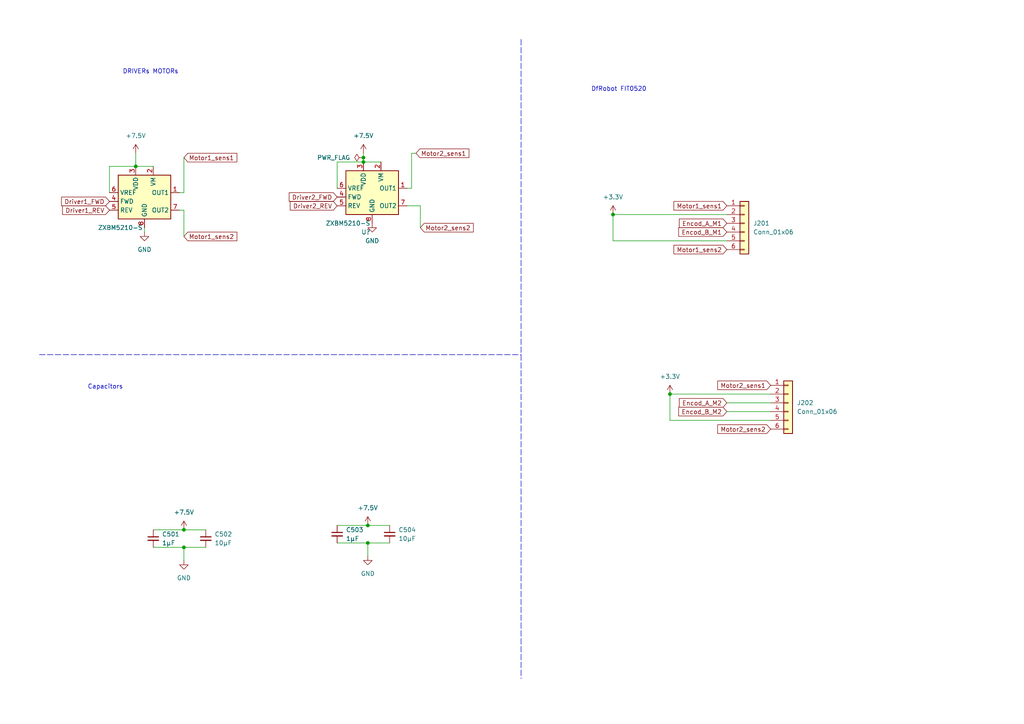
<source format=kicad_sch>
(kicad_sch (version 20230121) (generator eeschema)

  (uuid 6b2a1a3a-90f5-4522-b1c4-a71b790ca85f)

  (paper "A4")

  (lib_symbols
    (symbol "+3.3V_1" (power) (pin_names (offset 0)) (in_bom yes) (on_board yes)
      (property "Reference" "#PWR" (at 0 -3.81 0)
        (effects (font (size 1.27 1.27)) hide)
      )
      (property "Value" "+3.3V_1" (at 0 3.556 0)
        (effects (font (size 1.27 1.27)))
      )
      (property "Footprint" "" (at 0 0 0)
        (effects (font (size 1.27 1.27)) hide)
      )
      (property "Datasheet" "" (at 0 0 0)
        (effects (font (size 1.27 1.27)) hide)
      )
      (property "ki_keywords" "global power" (at 0 0 0)
        (effects (font (size 1.27 1.27)) hide)
      )
      (property "ki_description" "Power symbol creates a global label with name \"+3.3V\"" (at 0 0 0)
        (effects (font (size 1.27 1.27)) hide)
      )
      (symbol "+3.3V_1_0_1"
        (polyline
          (pts
            (xy -0.762 1.27)
            (xy 0 2.54)
          )
          (stroke (width 0) (type default))
          (fill (type none))
        )
        (polyline
          (pts
            (xy 0 0)
            (xy 0 2.54)
          )
          (stroke (width 0) (type default))
          (fill (type none))
        )
        (polyline
          (pts
            (xy 0 2.54)
            (xy 0.762 1.27)
          )
          (stroke (width 0) (type default))
          (fill (type none))
        )
      )
      (symbol "+3.3V_1_1_1"
        (pin power_in line (at 0 0 90) (length 0) hide
          (name "+3.3V" (effects (font (size 1.27 1.27))))
          (number "1" (effects (font (size 1.27 1.27))))
        )
      )
    )
    (symbol "+3.3V_2" (power) (pin_names (offset 0)) (in_bom yes) (on_board yes)
      (property "Reference" "#PWR" (at 0 -3.81 0)
        (effects (font (size 1.27 1.27)) hide)
      )
      (property "Value" "+3.3V_2" (at 0 3.556 0)
        (effects (font (size 1.27 1.27)))
      )
      (property "Footprint" "" (at 0 0 0)
        (effects (font (size 1.27 1.27)) hide)
      )
      (property "Datasheet" "" (at 0 0 0)
        (effects (font (size 1.27 1.27)) hide)
      )
      (property "ki_keywords" "global power" (at 0 0 0)
        (effects (font (size 1.27 1.27)) hide)
      )
      (property "ki_description" "Power symbol creates a global label with name \"+3.3V\"" (at 0 0 0)
        (effects (font (size 1.27 1.27)) hide)
      )
      (symbol "+3.3V_2_0_1"
        (polyline
          (pts
            (xy -0.762 1.27)
            (xy 0 2.54)
          )
          (stroke (width 0) (type default))
          (fill (type none))
        )
        (polyline
          (pts
            (xy 0 0)
            (xy 0 2.54)
          )
          (stroke (width 0) (type default))
          (fill (type none))
        )
        (polyline
          (pts
            (xy 0 2.54)
            (xy 0.762 1.27)
          )
          (stroke (width 0) (type default))
          (fill (type none))
        )
      )
      (symbol "+3.3V_2_1_1"
        (pin power_in line (at 0 0 90) (length 0) hide
          (name "+3.3V" (effects (font (size 1.27 1.27))))
          (number "1" (effects (font (size 1.27 1.27))))
        )
      )
    )
    (symbol "Connector_Generic:Conn_01x06" (pin_names (offset 1.016) hide) (in_bom yes) (on_board yes)
      (property "Reference" "J" (at 0 7.62 0)
        (effects (font (size 1.27 1.27)))
      )
      (property "Value" "Conn_01x06" (at 0 -10.16 0)
        (effects (font (size 1.27 1.27)))
      )
      (property "Footprint" "" (at 0 0 0)
        (effects (font (size 1.27 1.27)) hide)
      )
      (property "Datasheet" "~" (at 0 0 0)
        (effects (font (size 1.27 1.27)) hide)
      )
      (property "ki_keywords" "connector" (at 0 0 0)
        (effects (font (size 1.27 1.27)) hide)
      )
      (property "ki_description" "Generic connector, single row, 01x06, script generated (kicad-library-utils/schlib/autogen/connector/)" (at 0 0 0)
        (effects (font (size 1.27 1.27)) hide)
      )
      (property "ki_fp_filters" "Connector*:*_1x??_*" (at 0 0 0)
        (effects (font (size 1.27 1.27)) hide)
      )
      (symbol "Conn_01x06_1_1"
        (rectangle (start -1.27 -7.493) (end 0 -7.747)
          (stroke (width 0.1524) (type default))
          (fill (type none))
        )
        (rectangle (start -1.27 -4.953) (end 0 -5.207)
          (stroke (width 0.1524) (type default))
          (fill (type none))
        )
        (rectangle (start -1.27 -2.413) (end 0 -2.667)
          (stroke (width 0.1524) (type default))
          (fill (type none))
        )
        (rectangle (start -1.27 0.127) (end 0 -0.127)
          (stroke (width 0.1524) (type default))
          (fill (type none))
        )
        (rectangle (start -1.27 2.667) (end 0 2.413)
          (stroke (width 0.1524) (type default))
          (fill (type none))
        )
        (rectangle (start -1.27 5.207) (end 0 4.953)
          (stroke (width 0.1524) (type default))
          (fill (type none))
        )
        (rectangle (start -1.27 6.35) (end 1.27 -8.89)
          (stroke (width 0.254) (type default))
          (fill (type background))
        )
        (pin passive line (at -5.08 5.08 0) (length 3.81)
          (name "Pin_1" (effects (font (size 1.27 1.27))))
          (number "1" (effects (font (size 1.27 1.27))))
        )
        (pin passive line (at -5.08 2.54 0) (length 3.81)
          (name "Pin_2" (effects (font (size 1.27 1.27))))
          (number "2" (effects (font (size 1.27 1.27))))
        )
        (pin passive line (at -5.08 0 0) (length 3.81)
          (name "Pin_3" (effects (font (size 1.27 1.27))))
          (number "3" (effects (font (size 1.27 1.27))))
        )
        (pin passive line (at -5.08 -2.54 0) (length 3.81)
          (name "Pin_4" (effects (font (size 1.27 1.27))))
          (number "4" (effects (font (size 1.27 1.27))))
        )
        (pin passive line (at -5.08 -5.08 0) (length 3.81)
          (name "Pin_5" (effects (font (size 1.27 1.27))))
          (number "5" (effects (font (size 1.27 1.27))))
        )
        (pin passive line (at -5.08 -7.62 0) (length 3.81)
          (name "Pin_6" (effects (font (size 1.27 1.27))))
          (number "6" (effects (font (size 1.27 1.27))))
        )
      )
    )
    (symbol "Device:C_Small" (pin_numbers hide) (pin_names (offset 0.254) hide) (in_bom yes) (on_board yes)
      (property "Reference" "C" (at 0.254 1.778 0)
        (effects (font (size 1.27 1.27)) (justify left))
      )
      (property "Value" "C_Small" (at 0.254 -2.032 0)
        (effects (font (size 1.27 1.27)) (justify left))
      )
      (property "Footprint" "" (at 0 0 0)
        (effects (font (size 1.27 1.27)) hide)
      )
      (property "Datasheet" "~" (at 0 0 0)
        (effects (font (size 1.27 1.27)) hide)
      )
      (property "ki_keywords" "capacitor cap" (at 0 0 0)
        (effects (font (size 1.27 1.27)) hide)
      )
      (property "ki_description" "Unpolarized capacitor, small symbol" (at 0 0 0)
        (effects (font (size 1.27 1.27)) hide)
      )
      (property "ki_fp_filters" "C_*" (at 0 0 0)
        (effects (font (size 1.27 1.27)) hide)
      )
      (symbol "C_Small_0_1"
        (polyline
          (pts
            (xy -1.524 -0.508)
            (xy 1.524 -0.508)
          )
          (stroke (width 0.3302) (type default))
          (fill (type none))
        )
        (polyline
          (pts
            (xy -1.524 0.508)
            (xy 1.524 0.508)
          )
          (stroke (width 0.3048) (type default))
          (fill (type none))
        )
      )
      (symbol "C_Small_1_1"
        (pin passive line (at 0 2.54 270) (length 2.032)
          (name "~" (effects (font (size 1.27 1.27))))
          (number "1" (effects (font (size 1.27 1.27))))
        )
        (pin passive line (at 0 -2.54 90) (length 2.032)
          (name "~" (effects (font (size 1.27 1.27))))
          (number "2" (effects (font (size 1.27 1.27))))
        )
      )
    )
    (symbol "Driver_Motor:ZXBM5210-S" (in_bom yes) (on_board yes)
      (property "Reference" "U" (at -7.62 8.89 0)
        (effects (font (size 1.27 1.27)))
      )
      (property "Value" "ZXBM5210-S" (at 10.16 8.89 0)
        (effects (font (size 1.27 1.27)))
      )
      (property "Footprint" "Package_SO:SOIC-8_3.9x4.9mm_P1.27mm" (at 1.27 -6.35 0)
        (effects (font (size 1.27 1.27)) hide)
      )
      (property "Datasheet" "https://www.diodes.com/assets/Datasheets/ZXBM5210.pdf" (at 0 0 0)
        (effects (font (size 1.27 1.27)) hide)
      )
      (property "ki_keywords" "H-bridge, motor driver, PWM, single coil" (at 0 0 0)
        (effects (font (size 1.27 1.27)) hide)
      )
      (property "ki_description" "Reversible DC motor drive with speed control, 3-18V, 0.85A, SOIC-8" (at 0 0 0)
        (effects (font (size 1.27 1.27)) hide)
      )
      (property "ki_fp_filters" "SOIC*3.9x4.9mm*P1.27mm*" (at 0 0 0)
        (effects (font (size 1.27 1.27)) hide)
      )
      (symbol "ZXBM5210-S_0_0"
        (pin output line (at 10.16 2.54 180) (length 2.54)
          (name "OUT1" (effects (font (size 1.27 1.27))))
          (number "1" (effects (font (size 1.27 1.27))))
        )
        (pin power_in line (at 2.54 10.16 270) (length 2.54)
          (name "VM" (effects (font (size 1.27 1.27))))
          (number "2" (effects (font (size 1.27 1.27))))
        )
        (pin power_in line (at -2.54 10.16 270) (length 2.54)
          (name "VDD" (effects (font (size 1.27 1.27))))
          (number "3" (effects (font (size 1.27 1.27))))
        )
        (pin input line (at -10.16 0 0) (length 2.54)
          (name "FWD" (effects (font (size 1.27 1.27))))
          (number "4" (effects (font (size 1.27 1.27))))
        )
        (pin input line (at -10.16 -2.54 0) (length 2.54)
          (name "REV" (effects (font (size 1.27 1.27))))
          (number "5" (effects (font (size 1.27 1.27))))
        )
        (pin input line (at -10.16 2.54 0) (length 2.54)
          (name "VREF" (effects (font (size 1.27 1.27))))
          (number "6" (effects (font (size 1.27 1.27))))
        )
        (pin output line (at 10.16 -2.54 180) (length 2.54)
          (name "OUT2" (effects (font (size 1.27 1.27))))
          (number "7" (effects (font (size 1.27 1.27))))
        )
        (pin power_in line (at 0 -7.62 90) (length 2.54)
          (name "GND" (effects (font (size 1.27 1.27))))
          (number "8" (effects (font (size 1.27 1.27))))
        )
      )
      (symbol "ZXBM5210-S_0_1"
        (rectangle (start -7.62 7.62) (end 7.62 -5.08)
          (stroke (width 0.254) (type default))
          (fill (type background))
        )
      )
    )
    (symbol "GND_1" (power) (pin_names (offset 0)) (in_bom yes) (on_board yes)
      (property "Reference" "#PWR" (at 0 -6.35 0)
        (effects (font (size 1.27 1.27)) hide)
      )
      (property "Value" "GND_1" (at 0 -3.81 0)
        (effects (font (size 1.27 1.27)))
      )
      (property "Footprint" "" (at 0 0 0)
        (effects (font (size 1.27 1.27)) hide)
      )
      (property "Datasheet" "" (at 0 0 0)
        (effects (font (size 1.27 1.27)) hide)
      )
      (property "ki_keywords" "global power" (at 0 0 0)
        (effects (font (size 1.27 1.27)) hide)
      )
      (property "ki_description" "Power symbol creates a global label with name \"GND\" , ground" (at 0 0 0)
        (effects (font (size 1.27 1.27)) hide)
      )
      (symbol "GND_1_0_1"
        (polyline
          (pts
            (xy 0 0)
            (xy 0 -1.27)
            (xy 1.27 -1.27)
            (xy 0 -2.54)
            (xy -1.27 -1.27)
            (xy 0 -1.27)
          )
          (stroke (width 0) (type default))
          (fill (type none))
        )
      )
      (symbol "GND_1_1_1"
        (pin power_in line (at 0 0 270) (length 0) hide
          (name "GND" (effects (font (size 1.27 1.27))))
          (number "1" (effects (font (size 1.27 1.27))))
        )
      )
    )
    (symbol "GND_3" (power) (pin_names (offset 0)) (in_bom yes) (on_board yes)
      (property "Reference" "#PWR" (at 0 -6.35 0)
        (effects (font (size 1.27 1.27)) hide)
      )
      (property "Value" "GND_3" (at 0 -3.81 0)
        (effects (font (size 1.27 1.27)))
      )
      (property "Footprint" "" (at 0 0 0)
        (effects (font (size 1.27 1.27)) hide)
      )
      (property "Datasheet" "" (at 0 0 0)
        (effects (font (size 1.27 1.27)) hide)
      )
      (property "ki_keywords" "global power" (at 0 0 0)
        (effects (font (size 1.27 1.27)) hide)
      )
      (property "ki_description" "Power symbol creates a global label with name \"GND\" , ground" (at 0 0 0)
        (effects (font (size 1.27 1.27)) hide)
      )
      (symbol "GND_3_0_1"
        (polyline
          (pts
            (xy 0 0)
            (xy 0 -1.27)
            (xy 1.27 -1.27)
            (xy 0 -2.54)
            (xy -1.27 -1.27)
            (xy 0 -1.27)
          )
          (stroke (width 0) (type default))
          (fill (type none))
        )
      )
      (symbol "GND_3_1_1"
        (pin power_in line (at 0 0 270) (length 0) hide
          (name "GND" (effects (font (size 1.27 1.27))))
          (number "1" (effects (font (size 1.27 1.27))))
        )
      )
    )
    (symbol "power:+7.5V" (power) (pin_names (offset 0)) (in_bom yes) (on_board yes)
      (property "Reference" "#PWR" (at 0 -3.81 0)
        (effects (font (size 1.27 1.27)) hide)
      )
      (property "Value" "+7.5V" (at 0 3.556 0)
        (effects (font (size 1.27 1.27)))
      )
      (property "Footprint" "" (at 0 0 0)
        (effects (font (size 1.27 1.27)) hide)
      )
      (property "Datasheet" "" (at 0 0 0)
        (effects (font (size 1.27 1.27)) hide)
      )
      (property "ki_keywords" "global power" (at 0 0 0)
        (effects (font (size 1.27 1.27)) hide)
      )
      (property "ki_description" "Power symbol creates a global label with name \"+7.5V\"" (at 0 0 0)
        (effects (font (size 1.27 1.27)) hide)
      )
      (symbol "+7.5V_0_1"
        (polyline
          (pts
            (xy -0.762 1.27)
            (xy 0 2.54)
          )
          (stroke (width 0) (type default))
          (fill (type none))
        )
        (polyline
          (pts
            (xy 0 0)
            (xy 0 2.54)
          )
          (stroke (width 0) (type default))
          (fill (type none))
        )
        (polyline
          (pts
            (xy 0 2.54)
            (xy 0.762 1.27)
          )
          (stroke (width 0) (type default))
          (fill (type none))
        )
      )
      (symbol "+7.5V_1_1"
        (pin power_in line (at 0 0 90) (length 0) hide
          (name "+7.5V" (effects (font (size 1.27 1.27))))
          (number "1" (effects (font (size 1.27 1.27))))
        )
      )
    )
    (symbol "power:GND" (power) (pin_names (offset 0)) (in_bom yes) (on_board yes)
      (property "Reference" "#PWR" (at 0 -6.35 0)
        (effects (font (size 1.27 1.27)) hide)
      )
      (property "Value" "GND" (at 0 -3.81 0)
        (effects (font (size 1.27 1.27)))
      )
      (property "Footprint" "" (at 0 0 0)
        (effects (font (size 1.27 1.27)) hide)
      )
      (property "Datasheet" "" (at 0 0 0)
        (effects (font (size 1.27 1.27)) hide)
      )
      (property "ki_keywords" "global power" (at 0 0 0)
        (effects (font (size 1.27 1.27)) hide)
      )
      (property "ki_description" "Power symbol creates a global label with name \"GND\" , ground" (at 0 0 0)
        (effects (font (size 1.27 1.27)) hide)
      )
      (symbol "GND_0_1"
        (polyline
          (pts
            (xy 0 0)
            (xy 0 -1.27)
            (xy 1.27 -1.27)
            (xy 0 -2.54)
            (xy -1.27 -1.27)
            (xy 0 -1.27)
          )
          (stroke (width 0) (type default))
          (fill (type none))
        )
      )
      (symbol "GND_1_1"
        (pin power_in line (at 0 0 270) (length 0) hide
          (name "GND" (effects (font (size 1.27 1.27))))
          (number "1" (effects (font (size 1.27 1.27))))
        )
      )
    )
    (symbol "power:PWR_FLAG" (power) (pin_numbers hide) (pin_names (offset 0) hide) (in_bom yes) (on_board yes)
      (property "Reference" "#FLG" (at 0 1.905 0)
        (effects (font (size 1.27 1.27)) hide)
      )
      (property "Value" "PWR_FLAG" (at 0 3.81 0)
        (effects (font (size 1.27 1.27)))
      )
      (property "Footprint" "" (at 0 0 0)
        (effects (font (size 1.27 1.27)) hide)
      )
      (property "Datasheet" "~" (at 0 0 0)
        (effects (font (size 1.27 1.27)) hide)
      )
      (property "ki_keywords" "flag power" (at 0 0 0)
        (effects (font (size 1.27 1.27)) hide)
      )
      (property "ki_description" "Special symbol for telling ERC where power comes from" (at 0 0 0)
        (effects (font (size 1.27 1.27)) hide)
      )
      (symbol "PWR_FLAG_0_0"
        (pin power_out line (at 0 0 90) (length 0)
          (name "pwr" (effects (font (size 1.27 1.27))))
          (number "1" (effects (font (size 1.27 1.27))))
        )
      )
      (symbol "PWR_FLAG_0_1"
        (polyline
          (pts
            (xy 0 0)
            (xy 0 1.27)
            (xy -1.016 1.905)
            (xy 0 2.54)
            (xy 1.016 1.905)
            (xy 0 1.27)
          )
          (stroke (width 0) (type default))
          (fill (type none))
        )
      )
    )
  )

  (junction (at 177.8 62.23) (diameter 0) (color 0 0 0 0)
    (uuid 4525f121-464d-4c2f-931c-a0c4c770acde)
  )
  (junction (at 106.68 152.4) (diameter 0) (color 0 0 0 0)
    (uuid aa89da57-b2bd-4b79-97ae-338a25569991)
  )
  (junction (at 106.68 157.48) (diameter 0) (color 0 0 0 0)
    (uuid d579913d-8810-4ce6-9eea-3f988e67a34f)
  )
  (junction (at 105.41 46.99) (diameter 0) (color 0 0 0 0)
    (uuid db43a7c8-cccf-438e-b9fe-bdccf94c2cda)
  )
  (junction (at 105.41 45.72) (diameter 0) (color 0 0 0 0)
    (uuid e1c42473-5164-4521-b1b7-8f39fba52c1b)
  )
  (junction (at 53.34 153.67) (diameter 0) (color 0 0 0 0)
    (uuid eafe0490-ce54-47b3-9cae-4dbc398642ff)
  )
  (junction (at 39.37 48.26) (diameter 0) (color 0 0 0 0)
    (uuid ed967fdf-63aa-4eca-8b19-78a9036e4f85)
  )
  (junction (at 53.34 158.75) (diameter 0) (color 0 0 0 0)
    (uuid fef49917-a2d8-45f3-910f-46b0e195e461)
  )
  (junction (at 194.31 114.3) (diameter 0) (color 0 0 0 0)
    (uuid fef9c6f9-49de-4273-93fb-e6aa875b6be7)
  )

  (wire (pts (xy 97.79 157.48) (xy 106.68 157.48))
    (stroke (width 0) (type default))
    (uuid 07f44d5b-e271-4985-afea-d86c837ac0f7)
  )
  (polyline (pts (xy 151.13 11.43) (xy 151.13 196.85))
    (stroke (width 0) (type dash))
    (uuid 0fce6511-2e2a-4066-b3f7-5bc5cf9bc039)
  )

  (wire (pts (xy 53.34 55.88) (xy 52.07 55.88))
    (stroke (width 0) (type default))
    (uuid 20861e83-9f10-4049-b7fd-db16f67f6bb2)
  )
  (wire (pts (xy 53.34 60.96) (xy 53.34 68.58))
    (stroke (width 0) (type default))
    (uuid 23e678c7-9937-46a3-8d7c-215db3c30651)
  )
  (wire (pts (xy 119.38 54.61) (xy 119.38 44.45))
    (stroke (width 0) (type default))
    (uuid 244db710-9c15-4a9e-b2cc-2ed97a77f7da)
  )
  (wire (pts (xy 210.82 119.38) (xy 223.52 119.38))
    (stroke (width 0) (type default))
    (uuid 24da6d08-ae7d-47c0-bcf3-bb308ecd9ea7)
  )
  (wire (pts (xy 105.41 46.99) (xy 97.79 46.99))
    (stroke (width 0) (type default))
    (uuid 391f0617-67ac-4bb5-af6a-f1c88a021a61)
  )
  (polyline (pts (xy 11.43 102.87) (xy 151.13 102.87))
    (stroke (width 0) (type dash))
    (uuid 3e8e46f0-17be-4d40-a7e4-f3e6a2b8e314)
  )

  (wire (pts (xy 194.31 114.3) (xy 223.52 114.3))
    (stroke (width 0) (type default))
    (uuid 40850fe4-028c-47b4-b719-e64487d0b5d6)
  )
  (wire (pts (xy 53.34 158.75) (xy 53.34 162.56))
    (stroke (width 0) (type default))
    (uuid 41c6c55c-1a72-49bd-bbdb-4a4256e160fc)
  )
  (wire (pts (xy 110.49 46.99) (xy 105.41 46.99))
    (stroke (width 0) (type default))
    (uuid 4bd85a92-e033-4bdb-9290-e1f2c0976cd0)
  )
  (wire (pts (xy 97.79 46.99) (xy 97.79 54.61))
    (stroke (width 0) (type default))
    (uuid 576b84f4-d9df-4119-9cd8-13353d5081d0)
  )
  (wire (pts (xy 106.68 157.48) (xy 113.03 157.48))
    (stroke (width 0) (type default))
    (uuid 598a533f-111e-4d06-8f3f-7d89a9adfbb9)
  )
  (wire (pts (xy 31.75 48.26) (xy 39.37 48.26))
    (stroke (width 0) (type default))
    (uuid 6086798c-677d-448d-8a02-3b9cf18d6d8f)
  )
  (wire (pts (xy 41.91 67.31) (xy 41.91 66.04))
    (stroke (width 0) (type default))
    (uuid 71293b9a-203d-4afb-bfed-dbb7b8eb1310)
  )
  (wire (pts (xy 44.45 158.75) (xy 53.34 158.75))
    (stroke (width 0) (type default))
    (uuid 752d6433-7f6d-4e1b-8a1c-37650427a26b)
  )
  (wire (pts (xy 194.31 121.92) (xy 194.31 114.3))
    (stroke (width 0) (type default))
    (uuid 7afd51fa-f88e-42c5-b316-4436f8135ee8)
  )
  (wire (pts (xy 97.79 152.4) (xy 106.68 152.4))
    (stroke (width 0) (type default))
    (uuid 824e66ca-fc64-4ba8-ba5b-ff9d30b20ef8)
  )
  (wire (pts (xy 194.31 121.92) (xy 223.52 121.92))
    (stroke (width 0) (type default))
    (uuid 8286bd63-72d4-457e-b5ef-351b74fcce26)
  )
  (wire (pts (xy 177.8 62.23) (xy 210.82 62.23))
    (stroke (width 0) (type default))
    (uuid 835e64b0-e18b-446b-8c1d-1fb1c4976eb5)
  )
  (wire (pts (xy 44.45 153.67) (xy 53.34 153.67))
    (stroke (width 0) (type default))
    (uuid 8de8f430-4e3f-42fd-b319-889812298abb)
  )
  (wire (pts (xy 106.68 152.4) (xy 113.03 152.4))
    (stroke (width 0) (type default))
    (uuid 9d25b0c8-af51-4f02-8039-70a05d5a89bd)
  )
  (wire (pts (xy 39.37 48.26) (xy 44.45 48.26))
    (stroke (width 0) (type default))
    (uuid 9d961c6d-c6fc-4425-9c8f-445393454a5e)
  )
  (wire (pts (xy 31.75 55.88) (xy 31.75 48.26))
    (stroke (width 0) (type default))
    (uuid aa3b37ca-cd72-4754-96fa-ad7fe4e0ed70)
  )
  (wire (pts (xy 118.11 54.61) (xy 119.38 54.61))
    (stroke (width 0) (type default))
    (uuid ac0c0c82-9c00-4d05-8cd5-7d327ddb7957)
  )
  (wire (pts (xy 210.82 116.84) (xy 223.52 116.84))
    (stroke (width 0) (type default))
    (uuid bd847ab1-1a50-4655-9019-3a0dc4d3a43e)
  )
  (wire (pts (xy 53.34 158.75) (xy 59.69 158.75))
    (stroke (width 0) (type default))
    (uuid c0fcaae5-f1d7-4639-81a7-179bed5399af)
  )
  (wire (pts (xy 53.34 153.67) (xy 59.69 153.67))
    (stroke (width 0) (type default))
    (uuid c3ad0170-4c06-4988-9b35-8ae70080eab3)
  )
  (wire (pts (xy 119.38 44.45) (xy 120.65 44.45))
    (stroke (width 0) (type default))
    (uuid c567c07a-3be6-4d64-986e-87c07b4a8848)
  )
  (wire (pts (xy 105.41 44.45) (xy 105.41 45.72))
    (stroke (width 0) (type default))
    (uuid cd9a410e-e745-46af-b185-5f35975747a6)
  )
  (wire (pts (xy 121.92 59.69) (xy 118.11 59.69))
    (stroke (width 0) (type default))
    (uuid cebd5bd9-821f-414a-a267-1db27b2270ab)
  )
  (wire (pts (xy 53.34 45.72) (xy 53.34 55.88))
    (stroke (width 0) (type default))
    (uuid cfd0faef-ae79-4922-a6ee-be2fd4fc74b0)
  )
  (wire (pts (xy 106.68 157.48) (xy 106.68 161.29))
    (stroke (width 0) (type default))
    (uuid d7cd10af-19dd-4101-b45e-5ae8111ecfa1)
  )
  (wire (pts (xy 105.41 45.72) (xy 105.41 46.99))
    (stroke (width 0) (type default))
    (uuid eaed416d-b8a6-4d47-9d40-83675bd0c52f)
  )
  (wire (pts (xy 121.92 59.69) (xy 121.92 66.04))
    (stroke (width 0) (type default))
    (uuid ed260548-cf97-4e65-9dd3-a7bf29eeb4d7)
  )
  (wire (pts (xy 177.8 69.85) (xy 210.82 69.85))
    (stroke (width 0) (type default))
    (uuid f30d5f79-6196-4fec-b7bd-bee6ae94e1b5)
  )
  (wire (pts (xy 39.37 44.45) (xy 39.37 48.26))
    (stroke (width 0) (type default))
    (uuid f5d1c9b3-0124-4412-b09c-9c66e093ba07)
  )
  (wire (pts (xy 177.8 62.23) (xy 177.8 69.85))
    (stroke (width 0) (type default))
    (uuid f7eb7f87-17c1-4676-a187-f93171f81863)
  )
  (wire (pts (xy 53.34 60.96) (xy 52.07 60.96))
    (stroke (width 0) (type default))
    (uuid fb453bd5-bfae-4cf4-b6f0-87a245fc503b)
  )

  (text "DfRobot FIT0520" (at 171.45 26.67 0)
    (effects (font (size 1.27 1.27)) (justify left bottom))
    (uuid 4d471e90-6587-4552-8dd3-2198535fd127)
  )
  (text "Capacitors" (at 25.4 113.03 0)
    (effects (font (size 1.27 1.27)) (justify left bottom))
    (uuid 7f1bade7-840c-4056-9903-adeba8cdad36)
  )
  (text "DRIVERs MOTORs\n" (at 35.56 21.59 0)
    (effects (font (size 1.27 1.27)) (justify left bottom))
    (uuid a355e058-5bc6-40dc-8cbd-b0a8b2c7df80)
  )

  (global_label "Motor1_sens2" (shape input) (at 210.82 72.39 180) (fields_autoplaced)
    (effects (font (size 1.27 1.27)) (justify right))
    (uuid 3a2ed098-92cf-45a0-b1ed-48a5fbb61bac)
    (property "Intersheetrefs" "${INTERSHEET_REFS}" (at 194.8931 72.39 0)
      (effects (font (size 1.27 1.27)) (justify right) hide)
    )
  )
  (global_label "Motor2_sens1" (shape input) (at 223.52 111.76 180) (fields_autoplaced)
    (effects (font (size 1.27 1.27)) (justify right))
    (uuid 40bdb8a7-448a-41ba-93a3-48d7c94b240c)
    (property "Intersheetrefs" "${INTERSHEET_REFS}" (at 207.5931 111.76 0)
      (effects (font (size 1.27 1.27)) (justify right) hide)
    )
  )
  (global_label "Encod_B_M2" (shape input) (at 210.82 119.38 180) (fields_autoplaced)
    (effects (font (size 1.27 1.27)) (justify right))
    (uuid 56118a0a-98a7-4d80-8967-ec1592747f8d)
    (property "Intersheetrefs" "${INTERSHEET_REFS}" (at 196.2841 119.38 0)
      (effects (font (size 1.27 1.27)) (justify right) hide)
    )
  )
  (global_label "Motor1_sens1" (shape input) (at 53.34 45.72 0) (fields_autoplaced)
    (effects (font (size 1.27 1.27)) (justify left))
    (uuid 5f8a9922-576f-43b7-94a3-27711a7c8f90)
    (property "Intersheetrefs" "${INTERSHEET_REFS}" (at 69.2669 45.72 0)
      (effects (font (size 1.27 1.27)) (justify left) hide)
    )
  )
  (global_label "Motor1_sens1" (shape input) (at 210.82 59.69 180) (fields_autoplaced)
    (effects (font (size 1.27 1.27)) (justify right))
    (uuid 5fc3bcfd-3af8-4167-94e2-20c0af26eb5a)
    (property "Intersheetrefs" "${INTERSHEET_REFS}" (at 194.8931 59.69 0)
      (effects (font (size 1.27 1.27)) (justify right) hide)
    )
  )
  (global_label "Motor1_sens2" (shape input) (at 53.34 68.58 0) (fields_autoplaced)
    (effects (font (size 1.27 1.27)) (justify left))
    (uuid 627b83fb-e394-44ea-b47f-c346715fae16)
    (property "Intersheetrefs" "${INTERSHEET_REFS}" (at 69.2669 68.58 0)
      (effects (font (size 1.27 1.27)) (justify left) hide)
    )
  )
  (global_label "Driver2_REV" (shape input) (at 97.79 59.69 180) (fields_autoplaced)
    (effects (font (size 1.27 1.27)) (justify right))
    (uuid 64efcd39-5091-4b58-a6db-578b447eb46a)
    (property "Intersheetrefs" "${INTERSHEET_REFS}" (at 83.6167 59.69 0)
      (effects (font (size 1.27 1.27)) (justify right) hide)
    )
  )
  (global_label "Encod_A_M2" (shape input) (at 210.82 116.84 180) (fields_autoplaced)
    (effects (font (size 1.27 1.27)) (justify right))
    (uuid 6bc49ee1-ff90-4977-ae2a-fa91ba152003)
    (property "Intersheetrefs" "${INTERSHEET_REFS}" (at 196.4655 116.84 0)
      (effects (font (size 1.27 1.27)) (justify right) hide)
    )
  )
  (global_label "Encod_B_M1" (shape input) (at 210.82 67.31 180) (fields_autoplaced)
    (effects (font (size 1.27 1.27)) (justify right))
    (uuid 7e260930-33b2-40a2-9861-a90c4f2582cf)
    (property "Intersheetrefs" "${INTERSHEET_REFS}" (at 196.2841 67.31 0)
      (effects (font (size 1.27 1.27)) (justify right) hide)
    )
  )
  (global_label "Driver1_REV" (shape input) (at 31.75 60.96 180) (fields_autoplaced)
    (effects (font (size 1.27 1.27)) (justify right))
    (uuid 7f380af3-98c4-438b-854e-09c54c6d11c5)
    (property "Intersheetrefs" "${INTERSHEET_REFS}" (at 17.5767 60.96 0)
      (effects (font (size 1.27 1.27)) (justify right) hide)
    )
  )
  (global_label "Motor2_sens2" (shape input) (at 223.52 124.46 180) (fields_autoplaced)
    (effects (font (size 1.27 1.27)) (justify right))
    (uuid 9c9f674e-b808-447b-b7dd-a9d6e3c87d49)
    (property "Intersheetrefs" "${INTERSHEET_REFS}" (at 207.5931 124.46 0)
      (effects (font (size 1.27 1.27)) (justify right) hide)
    )
  )
  (global_label "Motor2_sens1" (shape input) (at 120.65 44.45 0) (fields_autoplaced)
    (effects (font (size 1.27 1.27)) (justify left))
    (uuid c99da150-31e1-4f13-9e93-4acabd1ed85f)
    (property "Intersheetrefs" "${INTERSHEET_REFS}" (at 136.5769 44.45 0)
      (effects (font (size 1.27 1.27)) (justify left) hide)
    )
  )
  (global_label "Driver1_FWD" (shape input) (at 31.75 58.42 180) (fields_autoplaced)
    (effects (font (size 1.27 1.27)) (justify right))
    (uuid d26c7c2a-51f9-4ecf-871d-bfebba88e094)
    (property "Intersheetrefs" "${INTERSHEET_REFS}" (at 17.2743 58.42 0)
      (effects (font (size 1.27 1.27)) (justify right) hide)
    )
  )
  (global_label "Motor2_sens2" (shape input) (at 121.92 66.04 0) (fields_autoplaced)
    (effects (font (size 1.27 1.27)) (justify left))
    (uuid e88ae9e0-0047-44f2-94c0-95ca93877761)
    (property "Intersheetrefs" "${INTERSHEET_REFS}" (at 137.8469 66.04 0)
      (effects (font (size 1.27 1.27)) (justify left) hide)
    )
  )
  (global_label "Encod_A_M1" (shape input) (at 210.82 64.77 180) (fields_autoplaced)
    (effects (font (size 1.27 1.27)) (justify right))
    (uuid f0e8cd3f-b022-46ef-9925-6b849b1c18bd)
    (property "Intersheetrefs" "${INTERSHEET_REFS}" (at 196.4655 64.77 0)
      (effects (font (size 1.27 1.27)) (justify right) hide)
    )
  )
  (global_label "Driver2_FWD" (shape input) (at 97.79 57.15 180) (fields_autoplaced)
    (effects (font (size 1.27 1.27)) (justify right))
    (uuid f5d2c095-28ed-49b8-ae31-4d5d35e1768f)
    (property "Intersheetrefs" "${INTERSHEET_REFS}" (at 83.3143 57.15 0)
      (effects (font (size 1.27 1.27)) (justify right) hide)
    )
  )

  (symbol (lib_id "Device:C_Small") (at 59.69 156.21 0) (unit 1)
    (in_bom yes) (on_board yes) (dnp no) (fields_autoplaced)
    (uuid 1049a845-c8e3-4bc7-8dfe-0aff48d3adbe)
    (property "Reference" "C502" (at 62.23 154.9463 0)
      (effects (font (size 1.27 1.27)) (justify left))
    )
    (property "Value" "10µF" (at 62.23 157.4863 0)
      (effects (font (size 1.27 1.27)) (justify left))
    )
    (property "Footprint" "Capacitor_SMD:C_0603_1608Metric_Pad1.08x0.95mm_HandSolder" (at 59.69 156.21 0)
      (effects (font (size 1.27 1.27)) hide)
    )
    (property "Datasheet" "~" (at 59.69 156.21 0)
      (effects (font (size 1.27 1.27)) hide)
    )
    (pin "1" (uuid e7be38fa-373d-4254-9b49-39015ebc5710))
    (pin "2" (uuid 2e7013cc-965b-4738-9799-74296ec00600))
    (instances
      (project "chat project"
        (path "/61d1f221-f082-4bfc-b26f-eb44521645ca/7d73ae0a-ce5e-45dc-8b10-f1322b42f1c6"
          (reference "C502") (unit 1)
        )
      )
    )
  )

  (symbol (lib_name "+3.3V_2") (lib_id "power:+3.3V") (at 194.31 114.3 0) (unit 1)
    (in_bom yes) (on_board yes) (dnp no) (fields_autoplaced)
    (uuid 42f53397-1d30-46d4-9777-9ef1b928daa7)
    (property "Reference" "#PWR0207" (at 194.31 118.11 0)
      (effects (font (size 1.27 1.27)) hide)
    )
    (property "Value" "+3.3V" (at 194.31 109.22 0)
      (effects (font (size 1.27 1.27)))
    )
    (property "Footprint" "" (at 194.31 114.3 0)
      (effects (font (size 1.27 1.27)) hide)
    )
    (property "Datasheet" "" (at 194.31 114.3 0)
      (effects (font (size 1.27 1.27)) hide)
    )
    (pin "1" (uuid 76090747-8913-4ca7-aa4d-63c884db5f50))
    (instances
      (project "chat project"
        (path "/61d1f221-f082-4bfc-b26f-eb44521645ca/a49840b7-fc37-456b-bdfa-3e3ca28e31ac"
          (reference "#PWR0207") (unit 1)
        )
        (path "/61d1f221-f082-4bfc-b26f-eb44521645ca/7d73ae0a-ce5e-45dc-8b10-f1322b42f1c6"
          (reference "#PWR0506") (unit 1)
        )
      )
    )
  )

  (symbol (lib_name "+3.3V_1") (lib_id "power:+3.3V") (at 177.8 62.23 0) (unit 1)
    (in_bom yes) (on_board yes) (dnp no) (fields_autoplaced)
    (uuid 4e991efa-00b1-4db0-a685-85a582f1e05b)
    (property "Reference" "#PWR0206" (at 177.8 66.04 0)
      (effects (font (size 1.27 1.27)) hide)
    )
    (property "Value" "+3.3V" (at 177.8 57.15 0)
      (effects (font (size 1.27 1.27)))
    )
    (property "Footprint" "" (at 177.8 62.23 0)
      (effects (font (size 1.27 1.27)) hide)
    )
    (property "Datasheet" "" (at 177.8 62.23 0)
      (effects (font (size 1.27 1.27)) hide)
    )
    (pin "1" (uuid f3d256cb-e4d7-4aa3-b06d-0a437957e403))
    (instances
      (project "chat project"
        (path "/61d1f221-f082-4bfc-b26f-eb44521645ca/a49840b7-fc37-456b-bdfa-3e3ca28e31ac"
          (reference "#PWR0206") (unit 1)
        )
        (path "/61d1f221-f082-4bfc-b26f-eb44521645ca/7d73ae0a-ce5e-45dc-8b10-f1322b42f1c6"
          (reference "#PWR0505") (unit 1)
        )
      )
    )
  )

  (symbol (lib_id "power:GND") (at 107.95 64.77 0) (unit 1)
    (in_bom yes) (on_board yes) (dnp no) (fields_autoplaced)
    (uuid 596fbce2-d85d-4ad2-8678-4955178147e9)
    (property "Reference" "#PWR0504" (at 107.95 71.12 0)
      (effects (font (size 1.27 1.27)) hide)
    )
    (property "Value" "GND" (at 107.95 69.85 0)
      (effects (font (size 1.27 1.27)))
    )
    (property "Footprint" "" (at 107.95 64.77 0)
      (effects (font (size 1.27 1.27)) hide)
    )
    (property "Datasheet" "" (at 107.95 64.77 0)
      (effects (font (size 1.27 1.27)) hide)
    )
    (pin "1" (uuid bea8b7af-98f2-4daf-a8ca-405701561fbc))
    (instances
      (project "chat project"
        (path "/61d1f221-f082-4bfc-b26f-eb44521645ca/7d73ae0a-ce5e-45dc-8b10-f1322b42f1c6"
          (reference "#PWR0504") (unit 1)
        )
      )
    )
  )

  (symbol (lib_name "GND_3") (lib_id "power:GND") (at 106.68 161.29 0) (unit 1)
    (in_bom yes) (on_board yes) (dnp no) (fields_autoplaced)
    (uuid 598f18c8-793b-4395-8ab3-80469435d659)
    (property "Reference" "#PWR0512" (at 106.68 167.64 0)
      (effects (font (size 1.27 1.27)) hide)
    )
    (property "Value" "GND" (at 106.68 166.37 0)
      (effects (font (size 1.27 1.27)))
    )
    (property "Footprint" "" (at 106.68 161.29 0)
      (effects (font (size 1.27 1.27)) hide)
    )
    (property "Datasheet" "" (at 106.68 161.29 0)
      (effects (font (size 1.27 1.27)) hide)
    )
    (pin "1" (uuid f7ac20d0-5b14-4e0a-975d-183feb99ae76))
    (instances
      (project "chat project"
        (path "/61d1f221-f082-4bfc-b26f-eb44521645ca/7d73ae0a-ce5e-45dc-8b10-f1322b42f1c6"
          (reference "#PWR0512") (unit 1)
        )
      )
    )
  )

  (symbol (lib_id "power:+7.5V") (at 106.68 152.4 0) (unit 1)
    (in_bom yes) (on_board yes) (dnp no) (fields_autoplaced)
    (uuid 6b8c1c0d-d70d-4d5a-ae5f-e05761f52982)
    (property "Reference" "#PWR0511" (at 106.68 156.21 0)
      (effects (font (size 1.27 1.27)) hide)
    )
    (property "Value" "+7.5V" (at 106.68 147.32 0)
      (effects (font (size 1.27 1.27)))
    )
    (property "Footprint" "" (at 106.68 152.4 0)
      (effects (font (size 1.27 1.27)) hide)
    )
    (property "Datasheet" "" (at 106.68 152.4 0)
      (effects (font (size 1.27 1.27)) hide)
    )
    (pin "1" (uuid 144d9a17-c5ec-4828-9a0f-d3c4592346de))
    (instances
      (project "chat project"
        (path "/61d1f221-f082-4bfc-b26f-eb44521645ca/7d73ae0a-ce5e-45dc-8b10-f1322b42f1c6"
          (reference "#PWR0511") (unit 1)
        )
      )
    )
  )

  (symbol (lib_id "power:+7.5V") (at 53.34 153.67 0) (unit 1)
    (in_bom yes) (on_board yes) (dnp no) (fields_autoplaced)
    (uuid 6f842111-38f5-4579-b536-12ac9be6672b)
    (property "Reference" "#PWR0510" (at 53.34 157.48 0)
      (effects (font (size 1.27 1.27)) hide)
    )
    (property "Value" "+7.5V" (at 53.34 148.59 0)
      (effects (font (size 1.27 1.27)))
    )
    (property "Footprint" "" (at 53.34 153.67 0)
      (effects (font (size 1.27 1.27)) hide)
    )
    (property "Datasheet" "" (at 53.34 153.67 0)
      (effects (font (size 1.27 1.27)) hide)
    )
    (pin "1" (uuid a8f53643-54ca-4292-b776-8fcbe2897af5))
    (instances
      (project "chat project"
        (path "/61d1f221-f082-4bfc-b26f-eb44521645ca/7d73ae0a-ce5e-45dc-8b10-f1322b42f1c6"
          (reference "#PWR0510") (unit 1)
        )
      )
    )
  )

  (symbol (lib_id "Driver_Motor:ZXBM5210-S") (at 107.95 57.15 0) (unit 1)
    (in_bom yes) (on_board yes) (dnp no) (fields_autoplaced)
    (uuid 85e53a18-2e9e-4b6b-aca3-dc69a73fb0f7)
    (property "Reference" "U?" (at 107.4294 67.31 0)
      (effects (font (size 1.27 1.27)) (justify right))
    )
    (property "Value" "ZXBM5210-S" (at 107.4294 64.77 0)
      (effects (font (size 1.27 1.27)) (justify right))
    )
    (property "Footprint" "Package_SO:SOIC-8_3.9x4.9mm_P1.27mm" (at 109.22 63.5 0)
      (effects (font (size 1.27 1.27)) hide)
    )
    (property "Datasheet" "https://www.diodes.com/assets/Datasheets/ZXBM5210.pdf" (at 107.95 57.15 0)
      (effects (font (size 1.27 1.27)) hide)
    )
    (pin "1" (uuid 1831fac3-baac-4f15-a303-a5578cf6bdb5))
    (pin "2" (uuid 95dec824-531a-4a28-a0de-af86420ac6fa))
    (pin "3" (uuid 9283d72c-0302-46f6-93ff-a26cab8bfb63))
    (pin "4" (uuid dc6ca77a-70c2-4c17-8df1-97fb55733e43))
    (pin "5" (uuid 3da3c82a-a4ed-4bbf-896f-1c3028c7a455))
    (pin "6" (uuid 28c8f95d-da7e-4c97-8f2d-307473de88d3))
    (pin "7" (uuid 97187d80-1a14-45b8-a85d-2ba939850d57))
    (pin "8" (uuid a27372f7-f6d8-4733-9186-79928b57332d))
    (instances
      (project "chat project"
        (path "/61d1f221-f082-4bfc-b26f-eb44521645ca/a49840b7-fc37-456b-bdfa-3e3ca28e31ac"
          (reference "U?") (unit 1)
        )
        (path "/61d1f221-f082-4bfc-b26f-eb44521645ca/7d73ae0a-ce5e-45dc-8b10-f1322b42f1c6"
          (reference "U502") (unit 1)
        )
      )
    )
  )

  (symbol (lib_id "power:PWR_FLAG") (at 105.41 45.72 90) (unit 1)
    (in_bom yes) (on_board yes) (dnp no) (fields_autoplaced)
    (uuid 96a8a494-5580-43ab-95e8-c2bdb4019969)
    (property "Reference" "#FLG0501" (at 103.505 45.72 0)
      (effects (font (size 1.27 1.27)) hide)
    )
    (property "Value" "PWR_FLAG" (at 101.6 45.72 90)
      (effects (font (size 1.27 1.27)) (justify left))
    )
    (property "Footprint" "" (at 105.41 45.72 0)
      (effects (font (size 1.27 1.27)) hide)
    )
    (property "Datasheet" "~" (at 105.41 45.72 0)
      (effects (font (size 1.27 1.27)) hide)
    )
    (pin "1" (uuid c1e47ae5-5bce-4cc7-9c16-500a657df06c))
    (instances
      (project "chat project"
        (path "/61d1f221-f082-4bfc-b26f-eb44521645ca/7d73ae0a-ce5e-45dc-8b10-f1322b42f1c6"
          (reference "#FLG0501") (unit 1)
        )
      )
    )
  )

  (symbol (lib_name "GND_3") (lib_id "power:GND") (at 53.34 162.56 0) (unit 1)
    (in_bom yes) (on_board yes) (dnp no) (fields_autoplaced)
    (uuid 9c99f0b9-2c3e-4991-8d81-2bf41b77d001)
    (property "Reference" "#PWR0509" (at 53.34 168.91 0)
      (effects (font (size 1.27 1.27)) hide)
    )
    (property "Value" "GND" (at 53.34 167.64 0)
      (effects (font (size 1.27 1.27)))
    )
    (property "Footprint" "" (at 53.34 162.56 0)
      (effects (font (size 1.27 1.27)) hide)
    )
    (property "Datasheet" "" (at 53.34 162.56 0)
      (effects (font (size 1.27 1.27)) hide)
    )
    (pin "1" (uuid 1dbc0aab-3509-4b1c-9f25-bc90933464a1))
    (instances
      (project "chat project"
        (path "/61d1f221-f082-4bfc-b26f-eb44521645ca/7d73ae0a-ce5e-45dc-8b10-f1322b42f1c6"
          (reference "#PWR0509") (unit 1)
        )
      )
    )
  )

  (symbol (lib_id "Device:C_Small") (at 44.45 156.21 0) (unit 1)
    (in_bom yes) (on_board yes) (dnp no) (fields_autoplaced)
    (uuid 9ead9ebe-03a2-4302-8782-2fb4e53538b2)
    (property "Reference" "C501" (at 46.99 154.9463 0)
      (effects (font (size 1.27 1.27)) (justify left))
    )
    (property "Value" "1µF" (at 46.99 157.4863 0)
      (effects (font (size 1.27 1.27)) (justify left))
    )
    (property "Footprint" "Capacitor_SMD:C_0603_1608Metric_Pad1.08x0.95mm_HandSolder" (at 44.45 156.21 0)
      (effects (font (size 1.27 1.27)) hide)
    )
    (property "Datasheet" "~" (at 44.45 156.21 0)
      (effects (font (size 1.27 1.27)) hide)
    )
    (pin "1" (uuid 3aa10c56-6011-4aa7-8881-3e6b4c2421b4))
    (pin "2" (uuid 03902f56-198b-4b5f-af4f-e7c886c0bf5d))
    (instances
      (project "chat project"
        (path "/61d1f221-f082-4bfc-b26f-eb44521645ca/7d73ae0a-ce5e-45dc-8b10-f1322b42f1c6"
          (reference "C501") (unit 1)
        )
      )
    )
  )

  (symbol (lib_id "Driver_Motor:ZXBM5210-S") (at 41.91 58.42 0) (unit 1)
    (in_bom yes) (on_board yes) (dnp no) (fields_autoplaced)
    (uuid a59525cb-88d0-4700-a7ee-566e32f63071)
    (property "Reference" "U?" (at 41.3894 68.58 0)
      (effects (font (size 1.27 1.27)) (justify right) hide)
    )
    (property "Value" "ZXBM5210-S" (at 41.3894 66.04 0)
      (effects (font (size 1.27 1.27)) (justify right))
    )
    (property "Footprint" "Package_SO:SOIC-8_3.9x4.9mm_P1.27mm" (at 43.18 64.77 0)
      (effects (font (size 1.27 1.27)) hide)
    )
    (property "Datasheet" "https://www.diodes.com/assets/Datasheets/ZXBM5210.pdf" (at 41.91 58.42 0)
      (effects (font (size 1.27 1.27)) hide)
    )
    (pin "1" (uuid 753f91a4-d0a6-4e49-aa03-8868de12494e))
    (pin "2" (uuid 5012fd11-7b41-414e-8507-f6783e502e10))
    (pin "3" (uuid f7c57cb7-21a5-48e5-97f7-3987f1df60ad))
    (pin "4" (uuid cff9e63e-078e-4fd9-b754-53c49c9f68b7))
    (pin "5" (uuid 3ab0e150-9d28-4899-b969-e2fbd2853b12))
    (pin "6" (uuid 38295066-c7a0-4b66-b9d2-269f89988f2f))
    (pin "7" (uuid 40a67204-dc33-4c1d-9f99-54dd7ea89645))
    (pin "8" (uuid 584fab99-86d6-44ac-9202-cb157d097b74))
    (instances
      (project "chat project"
        (path "/61d1f221-f082-4bfc-b26f-eb44521645ca/a49840b7-fc37-456b-bdfa-3e3ca28e31ac"
          (reference "U?") (unit 1)
        )
        (path "/61d1f221-f082-4bfc-b26f-eb44521645ca/7d73ae0a-ce5e-45dc-8b10-f1322b42f1c6"
          (reference "U501") (unit 1)
        )
      )
    )
  )

  (symbol (lib_name "GND_1") (lib_id "power:GND") (at 41.91 67.31 0) (unit 1)
    (in_bom yes) (on_board yes) (dnp no) (fields_autoplaced)
    (uuid ac9a3690-27bc-4b3b-99e0-9498ae309b79)
    (property "Reference" "#PWR0502" (at 41.91 73.66 0)
      (effects (font (size 1.27 1.27)) hide)
    )
    (property "Value" "GND" (at 41.91 72.39 0)
      (effects (font (size 1.27 1.27)))
    )
    (property "Footprint" "" (at 41.91 67.31 0)
      (effects (font (size 1.27 1.27)) hide)
    )
    (property "Datasheet" "" (at 41.91 67.31 0)
      (effects (font (size 1.27 1.27)) hide)
    )
    (pin "1" (uuid 466ec5bc-ac8b-49e8-a5cf-81c5ed041790))
    (instances
      (project "chat project"
        (path "/61d1f221-f082-4bfc-b26f-eb44521645ca/7d73ae0a-ce5e-45dc-8b10-f1322b42f1c6"
          (reference "#PWR0502") (unit 1)
        )
      )
    )
  )

  (symbol (lib_id "Device:C_Small") (at 113.03 154.94 0) (unit 1)
    (in_bom yes) (on_board yes) (dnp no) (fields_autoplaced)
    (uuid aef78700-57fa-42ca-8e68-e5549c24824a)
    (property "Reference" "C504" (at 115.57 153.6763 0)
      (effects (font (size 1.27 1.27)) (justify left))
    )
    (property "Value" "10µF" (at 115.57 156.2163 0)
      (effects (font (size 1.27 1.27)) (justify left))
    )
    (property "Footprint" "Capacitor_SMD:C_0603_1608Metric_Pad1.08x0.95mm_HandSolder" (at 113.03 154.94 0)
      (effects (font (size 1.27 1.27)) hide)
    )
    (property "Datasheet" "~" (at 113.03 154.94 0)
      (effects (font (size 1.27 1.27)) hide)
    )
    (pin "1" (uuid 2ffa55b3-11b5-4d4b-935e-a2840b94edf9))
    (pin "2" (uuid 2fe03a12-9981-466e-a60d-f2e871a0523b))
    (instances
      (project "chat project"
        (path "/61d1f221-f082-4bfc-b26f-eb44521645ca/7d73ae0a-ce5e-45dc-8b10-f1322b42f1c6"
          (reference "C504") (unit 1)
        )
      )
    )
  )

  (symbol (lib_id "power:+7.5V") (at 105.41 44.45 0) (unit 1)
    (in_bom yes) (on_board yes) (dnp no) (fields_autoplaced)
    (uuid c509bee6-96b3-4072-a23f-c00d328a5d63)
    (property "Reference" "#PWR0204" (at 105.41 48.26 0)
      (effects (font (size 1.27 1.27)) hide)
    )
    (property "Value" "+7.5V" (at 105.41 39.37 0)
      (effects (font (size 1.27 1.27)))
    )
    (property "Footprint" "" (at 105.41 44.45 0)
      (effects (font (size 1.27 1.27)) hide)
    )
    (property "Datasheet" "" (at 105.41 44.45 0)
      (effects (font (size 1.27 1.27)) hide)
    )
    (pin "1" (uuid b92e6a7f-ef95-4aa4-8eee-fa336272685e))
    (instances
      (project "chat project"
        (path "/61d1f221-f082-4bfc-b26f-eb44521645ca/a49840b7-fc37-456b-bdfa-3e3ca28e31ac"
          (reference "#PWR0204") (unit 1)
        )
        (path "/61d1f221-f082-4bfc-b26f-eb44521645ca/7d73ae0a-ce5e-45dc-8b10-f1322b42f1c6"
          (reference "#PWR0503") (unit 1)
        )
      )
    )
  )

  (symbol (lib_id "Device:C_Small") (at 97.79 154.94 0) (unit 1)
    (in_bom yes) (on_board yes) (dnp no) (fields_autoplaced)
    (uuid c9083bdb-8e79-49f7-a611-13ec46b4b29b)
    (property "Reference" "C503" (at 100.33 153.6763 0)
      (effects (font (size 1.27 1.27)) (justify left))
    )
    (property "Value" "1µF" (at 100.33 156.2163 0)
      (effects (font (size 1.27 1.27)) (justify left))
    )
    (property "Footprint" "Capacitor_SMD:C_0603_1608Metric_Pad1.08x0.95mm_HandSolder" (at 97.79 154.94 0)
      (effects (font (size 1.27 1.27)) hide)
    )
    (property "Datasheet" "~" (at 97.79 154.94 0)
      (effects (font (size 1.27 1.27)) hide)
    )
    (pin "1" (uuid 8cf58e3f-56a6-4ab3-abcb-b52d167cac6e))
    (pin "2" (uuid 2f82b26a-a342-4b1b-884f-f6c093805a73))
    (instances
      (project "chat project"
        (path "/61d1f221-f082-4bfc-b26f-eb44521645ca/7d73ae0a-ce5e-45dc-8b10-f1322b42f1c6"
          (reference "C503") (unit 1)
        )
      )
    )
  )

  (symbol (lib_id "Connector_Generic:Conn_01x06") (at 228.6 116.84 0) (unit 1)
    (in_bom yes) (on_board yes) (dnp no) (fields_autoplaced)
    (uuid d6336269-84ef-4290-ab56-21e9fbd00642)
    (property "Reference" "J202" (at 231.14 116.84 0)
      (effects (font (size 1.27 1.27)) (justify left))
    )
    (property "Value" "Conn_01x06" (at 231.14 119.38 0)
      (effects (font (size 1.27 1.27)) (justify left))
    )
    (property "Footprint" "Connector_PinHeader_2.54mm:PinHeader_1x06_P2.54mm_Vertical" (at 228.6 116.84 0)
      (effects (font (size 1.27 1.27)) hide)
    )
    (property "Datasheet" "~" (at 228.6 116.84 0)
      (effects (font (size 1.27 1.27)) hide)
    )
    (pin "1" (uuid 2f908c7d-f66e-40c8-b3d7-73effb8c1e64))
    (pin "2" (uuid 498c2cdf-61df-4041-b879-1b9dc270e871))
    (pin "3" (uuid 1494ba8c-0954-42e5-8594-b78236667af7))
    (pin "4" (uuid 6f83423d-6cdb-44f1-8db6-a6441e340eba))
    (pin "5" (uuid 51032338-d82a-4f01-866a-f8dbb41ad8b7))
    (pin "6" (uuid 9096e6c1-9fb4-4a2c-9476-69bfeec61738))
    (instances
      (project "chat project"
        (path "/61d1f221-f082-4bfc-b26f-eb44521645ca/a49840b7-fc37-456b-bdfa-3e3ca28e31ac"
          (reference "J202") (unit 1)
        )
        (path "/61d1f221-f082-4bfc-b26f-eb44521645ca/7d73ae0a-ce5e-45dc-8b10-f1322b42f1c6"
          (reference "J502") (unit 1)
        )
      )
    )
  )

  (symbol (lib_id "Connector_Generic:Conn_01x06") (at 215.9 64.77 0) (unit 1)
    (in_bom yes) (on_board yes) (dnp no) (fields_autoplaced)
    (uuid f690bd6f-8257-4e74-b861-3f126fc6f302)
    (property "Reference" "J201" (at 218.44 64.77 0)
      (effects (font (size 1.27 1.27)) (justify left))
    )
    (property "Value" "Conn_01x06" (at 218.44 67.31 0)
      (effects (font (size 1.27 1.27)) (justify left))
    )
    (property "Footprint" "Connector_PinHeader_2.54mm:PinHeader_1x06_P2.54mm_Vertical" (at 215.9 64.77 0)
      (effects (font (size 1.27 1.27)) hide)
    )
    (property "Datasheet" "~" (at 215.9 64.77 0)
      (effects (font (size 1.27 1.27)) hide)
    )
    (pin "1" (uuid 57363287-9eff-4ef3-9141-f611e694b74f))
    (pin "2" (uuid 2c2a59d1-88c7-415b-8a25-6fb01836c802))
    (pin "3" (uuid cc0d0b9f-bcdd-425c-bf5f-1f69cbeff1df))
    (pin "4" (uuid d20ad436-d51c-4727-b471-4e8c13003793))
    (pin "5" (uuid 1bb32e04-7cc8-44ea-b3a0-5c06b9bc6e41))
    (pin "6" (uuid c11d3712-25ad-43be-b876-bcb98f9a9f68))
    (instances
      (project "chat project"
        (path "/61d1f221-f082-4bfc-b26f-eb44521645ca/a49840b7-fc37-456b-bdfa-3e3ca28e31ac"
          (reference "J201") (unit 1)
        )
        (path "/61d1f221-f082-4bfc-b26f-eb44521645ca/7d73ae0a-ce5e-45dc-8b10-f1322b42f1c6"
          (reference "J501") (unit 1)
        )
      )
    )
  )

  (symbol (lib_id "power:+7.5V") (at 39.37 44.45 0) (unit 1)
    (in_bom yes) (on_board yes) (dnp no) (fields_autoplaced)
    (uuid fec28a90-da11-439f-a263-1b7e4ad2563f)
    (property "Reference" "#PWR0205" (at 39.37 48.26 0)
      (effects (font (size 1.27 1.27)) hide)
    )
    (property "Value" "+7.5V" (at 39.37 39.37 0)
      (effects (font (size 1.27 1.27)))
    )
    (property "Footprint" "" (at 39.37 44.45 0)
      (effects (font (size 1.27 1.27)) hide)
    )
    (property "Datasheet" "" (at 39.37 44.45 0)
      (effects (font (size 1.27 1.27)) hide)
    )
    (pin "1" (uuid d6a03aa8-7d2f-4eee-8f39-f490befb5cb6))
    (instances
      (project "chat project"
        (path "/61d1f221-f082-4bfc-b26f-eb44521645ca/a49840b7-fc37-456b-bdfa-3e3ca28e31ac"
          (reference "#PWR0205") (unit 1)
        )
        (path "/61d1f221-f082-4bfc-b26f-eb44521645ca/7d73ae0a-ce5e-45dc-8b10-f1322b42f1c6"
          (reference "#PWR0501") (unit 1)
        )
      )
    )
  )
)

</source>
